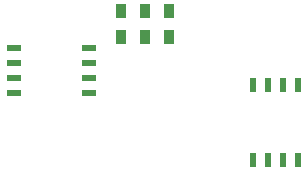
<source format=gbp>
G04 #@! TF.FileFunction,Paste,Bot*
%FSLAX46Y46*%
G04 Gerber Fmt 4.6, Leading zero omitted, Abs format (unit mm)*
G04 Created by KiCad (PCBNEW 4.0.1-stable) date 1/31/2016 9:18:08 PM*
%MOMM*%
G01*
G04 APERTURE LIST*
%ADD10C,0.100000*%
%ADD11R,0.900000X1.200000*%
%ADD12R,0.508000X1.143000*%
%ADD13R,1.143000X0.508000*%
G04 APERTURE END LIST*
D10*
D11*
X87757000Y-59479000D03*
X87757000Y-61679000D03*
X89789000Y-59479000D03*
X89789000Y-61679000D03*
X85725000Y-59479000D03*
X85725000Y-61679000D03*
D12*
X100711000Y-65786000D03*
X99441000Y-65786000D03*
X98171000Y-65786000D03*
X96901000Y-65786000D03*
X96901000Y-72136000D03*
X98171000Y-72136000D03*
X99441000Y-72136000D03*
X100711000Y-72136000D03*
D13*
X83058000Y-66421000D03*
X83058000Y-65151000D03*
X83058000Y-63881000D03*
X83058000Y-62611000D03*
X76708000Y-62611000D03*
X76708000Y-63881000D03*
X76708000Y-65151000D03*
X76708000Y-66421000D03*
M02*

</source>
